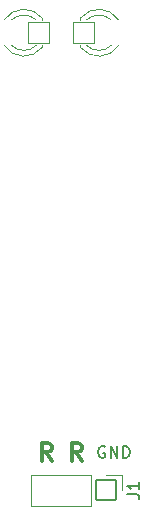
<source format=gto>
G04 #@! TF.GenerationSoftware,KiCad,Pcbnew,6.0.5-a6ca702e91~116~ubuntu20.04.1*
G04 #@! TF.CreationDate,2022-06-20T08:25:11+02:00*
G04 #@! TF.ProjectId,traffic_lights_train,74726166-6669-4635-9f6c-69676874735f,1.0*
G04 #@! TF.SameCoordinates,Original*
G04 #@! TF.FileFunction,Legend,Top*
G04 #@! TF.FilePolarity,Positive*
%FSLAX46Y46*%
G04 Gerber Fmt 4.6, Leading zero omitted, Abs format (unit mm)*
G04 Created by KiCad (PCBNEW 6.0.5-a6ca702e91~116~ubuntu20.04.1) date 2022-06-20 08:25:11*
%MOMM*%
%LPD*%
G01*
G04 APERTURE LIST*
G04 Aperture macros list*
%AMRoundRect*
0 Rectangle with rounded corners*
0 $1 Rounding radius*
0 $2 $3 $4 $5 $6 $7 $8 $9 X,Y pos of 4 corners*
0 Add a 4 corners polygon primitive as box body*
4,1,4,$2,$3,$4,$5,$6,$7,$8,$9,$2,$3,0*
0 Add four circle primitives for the rounded corners*
1,1,$1+$1,$2,$3*
1,1,$1+$1,$4,$5*
1,1,$1+$1,$6,$7*
1,1,$1+$1,$8,$9*
0 Add four rect primitives between the rounded corners*
20,1,$1+$1,$2,$3,$4,$5,0*
20,1,$1+$1,$4,$5,$6,$7,0*
20,1,$1+$1,$6,$7,$8,$9,0*
20,1,$1+$1,$8,$9,$2,$3,0*%
%AMHorizOval*
0 Thick line with rounded ends*
0 $1 width*
0 $2 $3 position (X,Y) of the first rounded end (center of the circle)*
0 $4 $5 position (X,Y) of the second rounded end (center of the circle)*
0 Add line between two ends*
20,1,$1,$2,$3,$4,$5,0*
0 Add two circle primitives to create the rounded ends*
1,1,$1,$2,$3*
1,1,$1,$4,$5*%
G04 Aperture macros list end*
%ADD10C,0.300000*%
%ADD11C,0.200000*%
%ADD12C,0.150000*%
%ADD13C,0.120000*%
%ADD14RoundRect,0.051000X0.900000X0.900000X-0.900000X0.900000X-0.900000X-0.900000X0.900000X-0.900000X0*%
%ADD15C,1.902000*%
%ADD16RoundRect,0.051000X-0.900000X-0.900000X0.900000X-0.900000X0.900000X0.900000X-0.900000X0.900000X0*%
%ADD17RoundRect,0.051000X-0.850000X0.850000X-0.850000X-0.850000X0.850000X-0.850000X0.850000X0.850000X0*%
%ADD18O,1.802000X1.802000*%
%ADD19C,1.702000*%
%ADD20HorizOval,1.702000X0.000000X0.000000X0.000000X0.000000X0*%
%ADD21HorizOval,1.702000X0.000000X0.000000X0.000000X0.000000X0*%
G04 APERTURE END LIST*
D10*
X112224285Y-95928571D02*
X111724285Y-95214285D01*
X111367142Y-95928571D02*
X111367142Y-94428571D01*
X111938571Y-94428571D01*
X112081428Y-94500000D01*
X112152857Y-94571428D01*
X112224285Y-94714285D01*
X112224285Y-94928571D01*
X112152857Y-95071428D01*
X112081428Y-95142857D01*
X111938571Y-95214285D01*
X111367142Y-95214285D01*
D11*
X114173095Y-94750000D02*
X114077857Y-94702380D01*
X113935000Y-94702380D01*
X113792142Y-94750000D01*
X113696904Y-94845238D01*
X113649285Y-94940476D01*
X113601666Y-95130952D01*
X113601666Y-95273809D01*
X113649285Y-95464285D01*
X113696904Y-95559523D01*
X113792142Y-95654761D01*
X113935000Y-95702380D01*
X114030238Y-95702380D01*
X114173095Y-95654761D01*
X114220714Y-95607142D01*
X114220714Y-95273809D01*
X114030238Y-95273809D01*
X114649285Y-95702380D02*
X114649285Y-94702380D01*
X115220714Y-95702380D01*
X115220714Y-94702380D01*
X115696904Y-95702380D02*
X115696904Y-94702380D01*
X115935000Y-94702380D01*
X116077857Y-94750000D01*
X116173095Y-94845238D01*
X116220714Y-94940476D01*
X116268333Y-95130952D01*
X116268333Y-95273809D01*
X116220714Y-95464285D01*
X116173095Y-95559523D01*
X116077857Y-95654761D01*
X115935000Y-95702380D01*
X115696904Y-95702380D01*
D10*
X109684285Y-95928571D02*
X109184285Y-95214285D01*
X108827142Y-95928571D02*
X108827142Y-94428571D01*
X109398571Y-94428571D01*
X109541428Y-94500000D01*
X109612857Y-94571428D01*
X109684285Y-94714285D01*
X109684285Y-94928571D01*
X109612857Y-95071428D01*
X109541428Y-95142857D01*
X109398571Y-95214285D01*
X108827142Y-95214285D01*
D12*
X116082380Y-98758333D02*
X116796666Y-98758333D01*
X116939523Y-98805952D01*
X117034761Y-98901190D01*
X117082380Y-99044047D01*
X117082380Y-99139285D01*
X117082380Y-97758333D02*
X117082380Y-98329761D01*
X117082380Y-98044047D02*
X116082380Y-98044047D01*
X116225238Y-98139285D01*
X116320476Y-98234523D01*
X116368095Y-98329761D01*
D13*
X108875000Y-58610000D02*
X108875000Y-58454000D01*
X108875000Y-60926000D02*
X108875000Y-60770000D01*
X108875000Y-58454484D02*
G75*
G03*
X105642665Y-58611392I-1560000J-1235516D01*
G01*
X106273870Y-60769837D02*
G75*
G03*
X108355961Y-60770000I1041130J1079837D01*
G01*
X105642665Y-60768608D02*
G75*
G03*
X108875000Y-60925516I1672335J1078608D01*
G01*
X108355961Y-58610000D02*
G75*
G03*
X106273870Y-58610163I-1040961J-1080000D01*
G01*
X112105000Y-58454000D02*
X112105000Y-58610000D01*
X112105000Y-60770000D02*
X112105000Y-60926000D01*
X112105000Y-60925516D02*
G75*
G03*
X115337335Y-60768608I1560000J1235516D01*
G01*
X114706130Y-58610163D02*
G75*
G03*
X112624039Y-58610000I-1041130J-1079837D01*
G01*
X115337335Y-58611392D02*
G75*
G03*
X112105000Y-58454484I-1672335J-1078608D01*
G01*
X112624039Y-60770000D02*
G75*
G03*
X114706130Y-60769837I1040961J1080000D01*
G01*
X113030000Y-97095000D02*
X113030000Y-99755000D01*
X113030000Y-99755000D02*
X107890000Y-99755000D01*
X114300000Y-97095000D02*
X115630000Y-97095000D01*
X115630000Y-97095000D02*
X115630000Y-98425000D01*
X113030000Y-97095000D02*
X107890000Y-97095000D01*
X107890000Y-97095000D02*
X107890000Y-99755000D01*
%LPC*%
D14*
X108585000Y-59690000D03*
D15*
X106045000Y-59690000D03*
D16*
X112395000Y-59690000D03*
D15*
X114935000Y-59690000D03*
D17*
X114300000Y-98425000D03*
D18*
X111760000Y-98425000D03*
X109220000Y-98425000D03*
D19*
X109150000Y-50750000D03*
D20*
X105340000Y-57349114D03*
D19*
X115705000Y-57349557D03*
D21*
X111895000Y-50750443D03*
M02*

</source>
